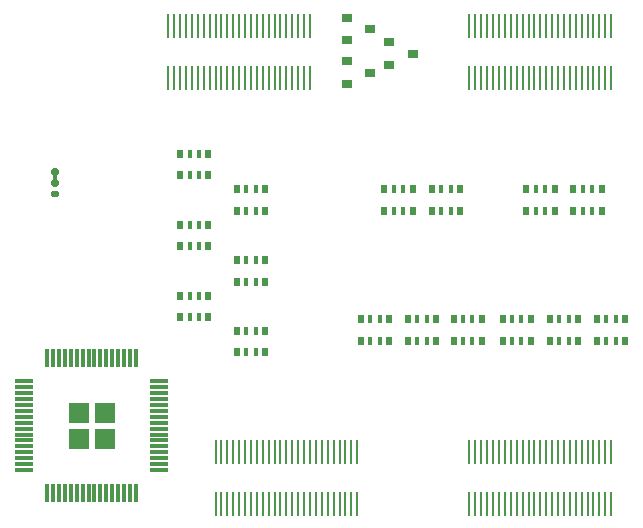
<source format=gbr>
G04 #@! TF.GenerationSoftware,KiCad,Pcbnew,(5.99.0-2671-gfc0a358ba)*
G04 #@! TF.CreationDate,2020-09-04T12:37:15+05:30*
G04 #@! TF.ProjectId,Alchitry_IO_Shield,416c6368-6974-4727-995f-494f5f536869,rev?*
G04 #@! TF.SameCoordinates,Original*
G04 #@! TF.FileFunction,Paste,Bot*
G04 #@! TF.FilePolarity,Positive*
%FSLAX46Y46*%
G04 Gerber Fmt 4.6, Leading zero omitted, Abs format (unit mm)*
G04 Created by KiCad (PCBNEW (5.99.0-2671-gfc0a358ba)) date 2020-09-04 12:37:15*
%MOMM*%
%LPD*%
G01*
G04 APERTURE LIST*
%ADD10R,0.250000X2.000000*%
%ADD11R,0.500000X0.800000*%
%ADD12R,0.400000X0.800000*%
%ADD13R,1.750000X1.750000*%
%ADD14R,0.300000X1.500000*%
%ADD15R,1.500000X0.300000*%
%ADD16R,0.900000X0.800000*%
G04 APERTURE END LIST*
D10*
X32500000Y-18700000D03*
X33000000Y-18700000D03*
X33500000Y-18700000D03*
X34000000Y-18700000D03*
X34500000Y-18700000D03*
X35000000Y-18700000D03*
X35500000Y-18700000D03*
X36000000Y-18700000D03*
X36500000Y-18700000D03*
X37000000Y-18700000D03*
X37500000Y-18700000D03*
X38000000Y-18700000D03*
X38500000Y-18700000D03*
X39000000Y-18700000D03*
X39500000Y-18700000D03*
X40000000Y-18700000D03*
X40500000Y-18700000D03*
X41000000Y-18700000D03*
X41500000Y-18700000D03*
X42000000Y-18700000D03*
X42500000Y-18700000D03*
X43000000Y-18700000D03*
X43500000Y-18700000D03*
X44000000Y-18700000D03*
X44500000Y-18700000D03*
X44500000Y-14300000D03*
X44000000Y-14300000D03*
X43500000Y-14300000D03*
X43000000Y-14300000D03*
X42500000Y-14300000D03*
X42000000Y-14300000D03*
X41500000Y-14300000D03*
X41000000Y-14300000D03*
X40500000Y-14300000D03*
X40000000Y-14300000D03*
X39500000Y-14300000D03*
X39000000Y-14300000D03*
X38500000Y-14300000D03*
X38000000Y-14300000D03*
X37500000Y-14300000D03*
X37000000Y-14300000D03*
X36500000Y-14300000D03*
X36000000Y-14300000D03*
X35500000Y-14300000D03*
X35000000Y-14300000D03*
X34500000Y-14300000D03*
X34000000Y-14300000D03*
X33500000Y-14300000D03*
X33000000Y-14300000D03*
X32500000Y-14300000D03*
X58000000Y-18700000D03*
X58500000Y-18700000D03*
X59000000Y-18700000D03*
X59500000Y-18700000D03*
X60000000Y-18700000D03*
X60500000Y-18700000D03*
X61000000Y-18700000D03*
X61500000Y-18700000D03*
X62000000Y-18700000D03*
X62500000Y-18700000D03*
X63000000Y-18700000D03*
X63500000Y-18700000D03*
X64000000Y-18700000D03*
X64500000Y-18700000D03*
X65000000Y-18700000D03*
X65500000Y-18700000D03*
X66000000Y-18700000D03*
X66500000Y-18700000D03*
X67000000Y-18700000D03*
X67500000Y-18700000D03*
X68000000Y-18700000D03*
X68500000Y-18700000D03*
X69000000Y-18700000D03*
X69500000Y-18700000D03*
X70000000Y-18700000D03*
X70000000Y-14300000D03*
X69500000Y-14300000D03*
X69000000Y-14300000D03*
X68500000Y-14300000D03*
X68000000Y-14300000D03*
X67500000Y-14300000D03*
X67000000Y-14300000D03*
X66500000Y-14300000D03*
X66000000Y-14300000D03*
X65500000Y-14300000D03*
X65000000Y-14300000D03*
X64500000Y-14300000D03*
X64000000Y-14300000D03*
X63500000Y-14300000D03*
X63000000Y-14300000D03*
X62500000Y-14300000D03*
X62000000Y-14300000D03*
X61500000Y-14300000D03*
X61000000Y-14300000D03*
X60500000Y-14300000D03*
X60000000Y-14300000D03*
X59500000Y-14300000D03*
X59000000Y-14300000D03*
X58500000Y-14300000D03*
X58000000Y-14300000D03*
X36500000Y-54700000D03*
X37000000Y-54700000D03*
X37500000Y-54700000D03*
X38000000Y-54700000D03*
X38500000Y-54700000D03*
X39000000Y-54700000D03*
X39500000Y-54700000D03*
X40000000Y-54700000D03*
X40500000Y-54700000D03*
X41000000Y-54700000D03*
X41500000Y-54700000D03*
X42000000Y-54700000D03*
X42500000Y-54700000D03*
X43000000Y-54700000D03*
X43500000Y-54700000D03*
X44000000Y-54700000D03*
X44500000Y-54700000D03*
X45000000Y-54700000D03*
X45500000Y-54700000D03*
X46000000Y-54700000D03*
X46500000Y-54700000D03*
X47000000Y-54700000D03*
X47500000Y-54700000D03*
X48000000Y-54700000D03*
X48500000Y-54700000D03*
X48500000Y-50300000D03*
X48000000Y-50300000D03*
X47500000Y-50300000D03*
X47000000Y-50300000D03*
X46500000Y-50300000D03*
X46000000Y-50300000D03*
X45500000Y-50300000D03*
X45000000Y-50300000D03*
X44500000Y-50300000D03*
X44000000Y-50300000D03*
X43500000Y-50300000D03*
X43000000Y-50300000D03*
X42500000Y-50300000D03*
X42000000Y-50300000D03*
X41500000Y-50300000D03*
X41000000Y-50300000D03*
X40500000Y-50300000D03*
X40000000Y-50300000D03*
X39500000Y-50300000D03*
X39000000Y-50300000D03*
X38500000Y-50300000D03*
X38000000Y-50300000D03*
X37500000Y-50300000D03*
X37000000Y-50300000D03*
X36500000Y-50300000D03*
X58000000Y-54700000D03*
X58500000Y-54700000D03*
X59000000Y-54700000D03*
X59500000Y-54700000D03*
X60000000Y-54700000D03*
X60500000Y-54700000D03*
X61000000Y-54700000D03*
X61500000Y-54700000D03*
X62000000Y-54700000D03*
X62500000Y-54700000D03*
X63000000Y-54700000D03*
X63500000Y-54700000D03*
X64000000Y-54700000D03*
X64500000Y-54700000D03*
X65000000Y-54700000D03*
X65500000Y-54700000D03*
X66000000Y-54700000D03*
X66500000Y-54700000D03*
X67000000Y-54700000D03*
X67500000Y-54700000D03*
X68000000Y-54700000D03*
X68500000Y-54700000D03*
X69000000Y-54700000D03*
X69500000Y-54700000D03*
X70000000Y-54700000D03*
X70000000Y-50300000D03*
X69500000Y-50300000D03*
X69000000Y-50300000D03*
X68500000Y-50300000D03*
X68000000Y-50300000D03*
X67500000Y-50300000D03*
X67000000Y-50300000D03*
X66500000Y-50300000D03*
X66000000Y-50300000D03*
X65500000Y-50300000D03*
X65000000Y-50300000D03*
X64500000Y-50300000D03*
X64000000Y-50300000D03*
X63500000Y-50300000D03*
X63000000Y-50300000D03*
X62500000Y-50300000D03*
X62000000Y-50300000D03*
X61500000Y-50300000D03*
X61000000Y-50300000D03*
X60500000Y-50300000D03*
X60000000Y-50300000D03*
X59500000Y-50300000D03*
X59000000Y-50300000D03*
X58500000Y-50300000D03*
X58000000Y-50300000D03*
D11*
X69200000Y-29900000D03*
D12*
X68400000Y-29900000D03*
X67600000Y-29900000D03*
D11*
X66800000Y-29900000D03*
X66800000Y-28100000D03*
D12*
X67600000Y-28100000D03*
X68400000Y-28100000D03*
D11*
X69200000Y-28100000D03*
X65200000Y-29900000D03*
D12*
X64400000Y-29900000D03*
X63600000Y-29900000D03*
D11*
X62800000Y-29900000D03*
X62800000Y-28100000D03*
D12*
X63600000Y-28100000D03*
X64400000Y-28100000D03*
D11*
X65200000Y-28100000D03*
X57200000Y-29900000D03*
D12*
X56400000Y-29900000D03*
X55600000Y-29900000D03*
D11*
X54800000Y-29900000D03*
X54800000Y-28100000D03*
D12*
X55600000Y-28100000D03*
X56400000Y-28100000D03*
D11*
X57200000Y-28100000D03*
X53200000Y-29900000D03*
D12*
X52400000Y-29900000D03*
X51600000Y-29900000D03*
D11*
X50800000Y-29900000D03*
X50800000Y-28100000D03*
D12*
X51600000Y-28100000D03*
X52400000Y-28100000D03*
D11*
X53200000Y-28100000D03*
D13*
X27100000Y-49200000D03*
X24900000Y-47000000D03*
X27100000Y-47000000D03*
X24900000Y-49200000D03*
D14*
X29750000Y-53800000D03*
X29250000Y-53800000D03*
X28750000Y-53800000D03*
X28250000Y-53800000D03*
X27750000Y-53800000D03*
X27250000Y-53800000D03*
X26750000Y-53800000D03*
X26250000Y-53800000D03*
X25750000Y-53800000D03*
X25250000Y-53800000D03*
X24750000Y-53800000D03*
X24250000Y-53800000D03*
X23750000Y-53800000D03*
X23250000Y-53800000D03*
X22750000Y-53800000D03*
X22250000Y-53800000D03*
D15*
X20300000Y-51850000D03*
X20300000Y-51350000D03*
X20300000Y-50850000D03*
X20300000Y-50350000D03*
X20300000Y-49850000D03*
X20300000Y-49350000D03*
X20300000Y-48850000D03*
X20300000Y-48350000D03*
X20300000Y-47850000D03*
X20300000Y-47350000D03*
X20300000Y-46850000D03*
X20300000Y-46350000D03*
X20300000Y-45850000D03*
X20300000Y-45350000D03*
X20300000Y-44850000D03*
X20300000Y-44350000D03*
D14*
X22250000Y-42400000D03*
X22750000Y-42400000D03*
X23250000Y-42400000D03*
X23750000Y-42400000D03*
X24250000Y-42400000D03*
X24750000Y-42400000D03*
X25250000Y-42400000D03*
X25750000Y-42400000D03*
X26250000Y-42400000D03*
X26750000Y-42400000D03*
X27250000Y-42400000D03*
X27750000Y-42400000D03*
X28250000Y-42400000D03*
X28750000Y-42400000D03*
X29250000Y-42400000D03*
X29750000Y-42400000D03*
D15*
X31700000Y-44350000D03*
X31700000Y-44850000D03*
X31700000Y-45350000D03*
X31700000Y-45850000D03*
X31700000Y-46350000D03*
X31700000Y-46850000D03*
X31700000Y-47350000D03*
X31700000Y-47850000D03*
X31700000Y-48350000D03*
X31700000Y-48850000D03*
X31700000Y-49350000D03*
X31700000Y-49850000D03*
X31700000Y-50350000D03*
X31700000Y-50850000D03*
X31700000Y-51350000D03*
X31700000Y-51850000D03*
D11*
X35900000Y-38900000D03*
D12*
X35100000Y-38900000D03*
X34300000Y-38900000D03*
D11*
X33500000Y-38900000D03*
X33500000Y-37100000D03*
D12*
X34300000Y-37100000D03*
X35100000Y-37100000D03*
D11*
X35900000Y-37100000D03*
X40700000Y-35900000D03*
D12*
X39900000Y-35900000D03*
X39100000Y-35900000D03*
D11*
X38300000Y-35900000D03*
X38300000Y-34100000D03*
D12*
X39100000Y-34100000D03*
X39900000Y-34100000D03*
D11*
X40700000Y-34100000D03*
X40700000Y-29900000D03*
D12*
X39900000Y-29900000D03*
X39100000Y-29900000D03*
D11*
X38300000Y-29900000D03*
X38300000Y-28100000D03*
D12*
X39100000Y-28100000D03*
X39900000Y-28100000D03*
D11*
X40700000Y-28100000D03*
X35900000Y-32900000D03*
D12*
X35100000Y-32900000D03*
X34300000Y-32900000D03*
D11*
X33500000Y-32900000D03*
X33500000Y-31100000D03*
D12*
X34300000Y-31100000D03*
X35100000Y-31100000D03*
D11*
X35900000Y-31100000D03*
X35900000Y-26900000D03*
D12*
X35100000Y-26900000D03*
X34300000Y-26900000D03*
D11*
X33500000Y-26900000D03*
X33500000Y-25100000D03*
D12*
X34300000Y-25100000D03*
X35100000Y-25100000D03*
D11*
X35900000Y-25100000D03*
X40700000Y-41900000D03*
D12*
X39900000Y-41900000D03*
X39100000Y-41900000D03*
D11*
X38300000Y-41900000D03*
X38300000Y-40100000D03*
D12*
X39100000Y-40100000D03*
X39900000Y-40100000D03*
D11*
X40700000Y-40100000D03*
G36*
G01*
X22727500Y-26305000D02*
X23072500Y-26305000D01*
G75*
G02*
X23220000Y-26452500I0J-147500D01*
G01*
X23220000Y-26747500D01*
G75*
G02*
X23072500Y-26895000I-147500J0D01*
G01*
X22727500Y-26895000D01*
G75*
G02*
X22580000Y-26747500I0J147500D01*
G01*
X22580000Y-26452500D01*
G75*
G02*
X22727500Y-26305000I147500J0D01*
G01*
G37*
G36*
G01*
X22750000Y-27440000D02*
X22750000Y-26640000D01*
G75*
G02*
X22825000Y-26565000I75000J0D01*
G01*
X22975000Y-26565000D01*
G75*
G02*
X23050000Y-26640000I0J-75000D01*
G01*
X23050000Y-27440000D01*
G75*
G02*
X22975000Y-27515000I-75000J0D01*
G01*
X22825000Y-27515000D01*
G75*
G02*
X22750000Y-27440000I0J75000D01*
G01*
G37*
G36*
G01*
X22727500Y-27275000D02*
X23072500Y-27275000D01*
G75*
G02*
X23220000Y-27422500I0J-147500D01*
G01*
X23220000Y-27717500D01*
G75*
G02*
X23072500Y-27865000I-147500J0D01*
G01*
X22727500Y-27865000D01*
G75*
G02*
X22580000Y-27717500I0J147500D01*
G01*
X22580000Y-27422500D01*
G75*
G02*
X22727500Y-27275000I147500J0D01*
G01*
G37*
G36*
G01*
X22727500Y-28190000D02*
X23072500Y-28190000D01*
G75*
G02*
X23220000Y-28337500I0J-147500D01*
G01*
X23220000Y-28632500D01*
G75*
G02*
X23072500Y-28780000I-147500J0D01*
G01*
X22727500Y-28780000D01*
G75*
G02*
X22580000Y-28632500I0J147500D01*
G01*
X22580000Y-28337500D01*
G75*
G02*
X22727500Y-28190000I147500J0D01*
G01*
G37*
D16*
X47600000Y-15450000D03*
X47600000Y-13550000D03*
X49600000Y-14500000D03*
X51200000Y-17550000D03*
X51200000Y-15650000D03*
X53200000Y-16600000D03*
X47600000Y-19150000D03*
X47600000Y-17250000D03*
X49600000Y-18200000D03*
D11*
X71200000Y-40900000D03*
D12*
X70400000Y-40900000D03*
X69600000Y-40900000D03*
D11*
X68800000Y-40900000D03*
X68800000Y-39100000D03*
D12*
X69600000Y-39100000D03*
X70400000Y-39100000D03*
D11*
X71200000Y-39100000D03*
X63200000Y-40900000D03*
D12*
X62400000Y-40900000D03*
X61600000Y-40900000D03*
D11*
X60800000Y-40900000D03*
X60800000Y-39100000D03*
D12*
X61600000Y-39100000D03*
X62400000Y-39100000D03*
D11*
X63200000Y-39100000D03*
X67200000Y-40900000D03*
D12*
X66400000Y-40900000D03*
X65600000Y-40900000D03*
D11*
X64800000Y-40900000D03*
X64800000Y-39100000D03*
D12*
X65600000Y-39100000D03*
X66400000Y-39100000D03*
D11*
X67200000Y-39100000D03*
X59050000Y-40900000D03*
D12*
X58250000Y-40900000D03*
X57450000Y-40900000D03*
D11*
X56650000Y-40900000D03*
X56650000Y-39100000D03*
D12*
X57450000Y-39100000D03*
X58250000Y-39100000D03*
D11*
X59050000Y-39100000D03*
X55200000Y-40900000D03*
D12*
X54400000Y-40900000D03*
X53600000Y-40900000D03*
D11*
X52800000Y-40900000D03*
X52800000Y-39100000D03*
D12*
X53600000Y-39100000D03*
X54400000Y-39100000D03*
D11*
X55200000Y-39100000D03*
X51200000Y-40900000D03*
D12*
X50400000Y-40900000D03*
X49600000Y-40900000D03*
D11*
X48800000Y-40900000D03*
X48800000Y-39100000D03*
D12*
X49600000Y-39100000D03*
X50400000Y-39100000D03*
D11*
X51200000Y-39100000D03*
M02*

</source>
